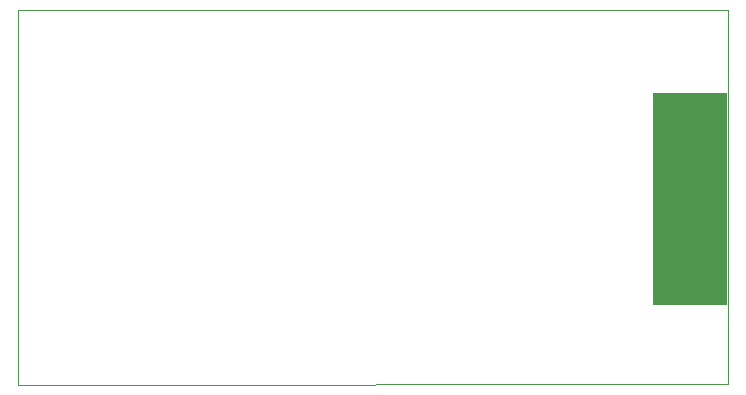
<source format=gko>
G04*
G04 #@! TF.GenerationSoftware,Altium Limited,Altium Designer,25.4.2 (15)*
G04*
G04 Layer_Color=16711935*
%FSTAX25Y25*%
%MOIN*%
G70*
G04*
G04 #@! TF.SameCoordinates,9F79833E-919C-48C8-8BE8-C58A611C57C3*
G04*
G04*
G04 #@! TF.FilePolarity,Positive*
G04*
G01*
G75*
%ADD14C,0.00394*%
%ADD66R,0.24803X0.70866*%
D14*
X-02262Y00115D02*
X00103D01*
Y-0113025D02*
Y00115D01*
X-02262Y-0113512D02*
X00103Y-0113025D01*
X-02262Y-0113512D02*
Y00115D01*
D66*
X-0002298Y-0051406D02*
D03*
D03*
M02*

</source>
